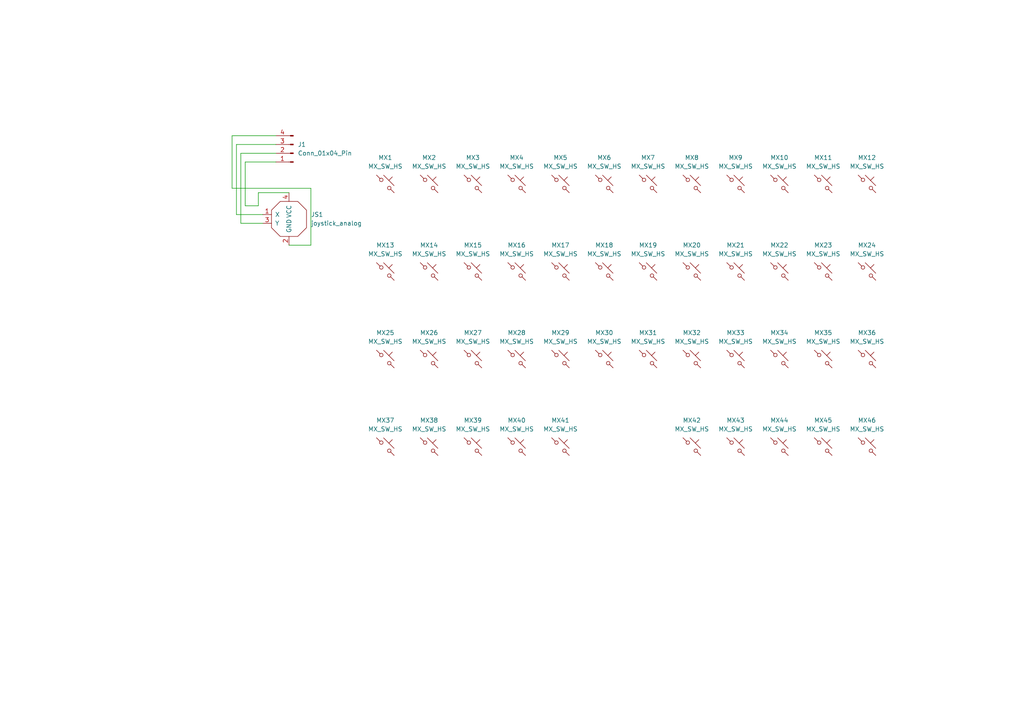
<source format=kicad_sch>
(kicad_sch (version 20231120) (generator "eeschema") (generator_version "8.0")
  (paper "A4")
  (lib_symbols
    (symbol "Connector:Conn_01x04_Pin" (pin_names (offset 1.016) hide)
      (property "Reference" "J" (at 0 5.08 0))
      (property "Value" "Conn_01x04_Pin" (at 0 -7.62 0))
      (symbol "Conn_01x04_Pin_1_1"
        (polyline (pts (xy 1.27 -5.08) (xy 0.8636 -5.08)) (stroke (width 0.1524)))
        (polyline (pts (xy 1.27 -2.54) (xy 0.8636 -2.54)) (stroke (width 0.1524)))
        (polyline (pts (xy 1.27 0) (xy 0.8636 0)) (stroke (width 0.1524)))
        (polyline (pts (xy 1.27 2.54) (xy 0.8636 2.54)) (stroke (width 0.1524)))
        (rectangle (start 0.8636 -4.953) (end 0 -5.207) (stroke (width 0.1524)) (fill (type outline)))
        (rectangle (start 0.8636 -2.413) (end 0 -2.667) (stroke (width 0.1524)) (fill (type outline)))
        (rectangle (start 0.8636 0.127) (end 0 -0.127) (stroke (width 0.1524)) (fill (type outline)))
        (rectangle (start 0.8636 2.667) (end 0 2.413) (stroke (width 0.1524)) (fill (type outline)))
        (pin passive line (at 5.08 2.54 180) (length 3.81) (name "Pin_1") (number "1"))
        (pin passive line (at 5.08 0 180) (length 3.81) (name "Pin_2") (number "2"))
        (pin passive line (at 5.08 -2.54 180) (length 3.81) (name "Pin_3") (number "3"))
        (pin passive line (at 5.08 -5.08 180) (length 3.81) (name "Pin_4") (number "4"))
      )
    )
    (symbol "PCM_marbastlib-mx:MX_SW_HS_CPG151101S11" (pin_numbers hide) (pin_names (offset 1.016) hide)
      (property "Reference" "MX" (at 3.048 1.016 0))
      (property "Value" "MX_SW_HS" (at 0 -3.81 0))
      (symbol "MX_SW_HS_CPG151101S11_0_1"
        (circle (center -1.1684 1.1684) (radius 0.508))
        (polyline (pts (xy -0.508 2.54) (xy 2.54 -0.508)))
        (polyline (pts (xy 1.016 1.016) (xy 2.032 2.032)))
        (polyline (pts (xy -2.54 2.54) (xy -1.524 1.524) (xy -1.524 1.524)))
        (polyline (pts (xy 1.524 -1.524) (xy 2.54 -2.54) (xy 2.54 -2.54) (xy 2.54 -2.54)))
        (circle (center 1.143 -1.1938) (radius 0.508))
        (pin passive line (at -2.54 2.54 0) (length 0) (name "1") (number "1"))
        (pin passive line (at 2.54 -2.54 180) (length 0) (name "2") (number "2"))
      )
    )
    (symbol "PCM_marbastlib-various:joystick_analog" (pin_names (offset 1.016))
      (property "Reference" "JS" (at -5.08 5.08 0))
      (property "Value" "joystick_analog" (at -8.89 7.62 0))
      (symbol "joystick_analog_0_1"
        (polyline (pts (xy -5.08 2.54) (xy -5.08 -2.54) (xy -2.54 -5.08) (xy 1.27 -5.08) (xy 2.54 -5.08) (xy 5.08 -2.54) (xy 5.08 2.54) (xy 2.54 5.08) (xy -2.54 5.08) (xy -5.08 2.54)))
      )
      (symbol "joystick_analog_1_1"
        (pin output line (at -7.62 1.27 0) (length 2.54) (name "X") (number "1"))
        (pin power_in line (at 0 -7.62 90) (length 2.54) (name "GND") (number "2"))
        (pin output line (at -7.62 -1.27 0) (length 2.54) (name "Y") (number "3"))
        (pin power_in line (at 0 7.62 270) (length 2.54) (name "VCC") (number "4"))
      )
    )
  )
  (wire (pts (xy 68.58 41.91) (xy 80.01 41.91)))
  (wire (pts (xy 83.82 71.12) (xy 90.17 71.12)))
  (wire (pts (xy 74.93 55.88) (xy 83.82 55.88)))
  (wire (pts (xy 69.85 44.45) (xy 69.85 64.77)))
  (wire (pts (xy 71.12 46.99) (xy 80.01 46.99)))
  (wire (pts (xy 69.85 44.45) (xy 80.01 44.45)))
  (wire (pts (xy 67.31 39.37) (xy 80.01 39.37)))
  (wire (pts (xy 71.12 59.69) (xy 74.93 59.69)))
  (wire (pts (xy 68.58 41.91) (xy 68.58 62.23)))
  (wire (pts (xy 67.31 39.37) (xy 67.31 54.61)))
  (wire (pts (xy 74.93 59.69) (xy 74.93 55.88)))
  (wire (pts (xy 71.12 59.69) (xy 71.12 46.99)))
  (wire (pts (xy 68.58 62.23) (xy 76.2 62.23)))
  (wire (pts (xy 90.17 54.61) (xy 90.17 71.12)))
  (wire (pts (xy 69.85 64.77) (xy 76.2 64.77)))
  (wire (pts (xy 67.31 54.61) (xy 90.17 54.61)))
  (symbol (lib_id "PCM_marbastlib-mx:MX_SW_HS_CPG151101S11") (at 111.76 78.74 0) (unit 1)
    (property "Reference" "MX13" (at 111.76 71.12 0))
    (property "Value" "MX_SW_HS" (at 111.76 73.66 0))
    (property "Footprint" "PCM_marbastlib-xp-plate-mx:Plate_MX_1u" (effects (hide yes)))
    (property "Description" "Push button switch, normally open, two pins, 45° tilted, Kailh CPG151101S11 for Cherry MX style switches" (effects (hide yes)))
  )
  (symbol (lib_id "PCM_marbastlib-mx:MX_SW_HS_CPG151101S11") (at 213.36 53.34 0) (unit 1)
    (property "Reference" "MX9" (at 213.36 45.72 0))
    (property "Value" "MX_SW_HS" (at 213.36 48.26 0))
    (property "Footprint" "PCM_marbastlib-xp-plate-mx:Plate_MX_1u" (effects (hide yes)))
    (property "Description" "Push button switch, normally open, two pins, 45° tilted, Kailh CPG151101S11 for Cherry MX style switches" (effects (hide yes)))
  )
  (symbol (lib_id "PCM_marbastlib-mx:MX_SW_HS_CPG151101S11") (at 137.16 129.54 0) (unit 1)
    (property "Reference" "MX39" (at 137.16 121.92 0))
    (property "Value" "MX_SW_HS" (at 137.16 124.46 0))
    (property "Footprint" "PCM_marbastlib-xp-plate-mx:Plate_MX_1u" (effects (hide yes)))
    (property "Description" "Push button switch, normally open, two pins, 45° tilted, Kailh CPG151101S11 for Cherry MX style switches" (effects (hide yes)))
  )
  (symbol (lib_id "PCM_marbastlib-mx:MX_SW_HS_CPG151101S11") (at 149.86 104.14 0) (unit 1)
    (property "Reference" "MX28" (at 149.86 96.52 0))
    (property "Value" "MX_SW_HS" (at 149.86 99.06 0))
    (property "Footprint" "PCM_marbastlib-xp-plate-mx:Plate_MX_1u" (effects (hide yes)))
    (property "Description" "Push button switch, normally open, two pins, 45° tilted, Kailh CPG151101S11 for Cherry MX style switches" (effects (hide yes)))
  )
  (symbol (lib_id "PCM_marbastlib-various:joystick_analog") (at 83.82 63.5 0) (unit 1)
    (property "Reference" "JS1" (at 90.17 62.2299 0) (effects (justify left)))
    (property "Value" "joystick_analog" (at 90.17 64.7699 0) (effects (justify left)))
    (property "Footprint" "geebord-library:JOYSTICK_ANALOG_MINITHM" (effects (hide yes)))
  )
  (symbol (lib_id "PCM_marbastlib-mx:MX_SW_HS_CPG151101S11") (at 251.46 53.34 0) (unit 1)
    (property "Reference" "MX12" (at 251.46 45.72 0))
    (property "Value" "MX_SW_HS" (at 251.46 48.26 0))
    (property "Footprint" "PCM_marbastlib-xp-plate-mx:Plate_MX_1u" (effects (hide yes)))
    (property "Description" "Push button switch, normally open, two pins, 45° tilted, Kailh CPG151101S11 for Cherry MX style switches" (effects (hide yes)))
  )
  (symbol (lib_id "PCM_marbastlib-mx:MX_SW_HS_CPG151101S11") (at 226.06 104.14 0) (unit 1)
    (property "Reference" "MX34" (at 226.06 96.52 0))
    (property "Value" "MX_SW_HS" (at 226.06 99.06 0))
    (property "Footprint" "PCM_marbastlib-xp-plate-mx:Plate_MX_1u" (effects (hide yes)))
    (property "Description" "Push button switch, normally open, two pins, 45° tilted, Kailh CPG151101S11 for Cherry MX style switches" (effects (hide yes)))
  )
  (symbol (lib_id "PCM_marbastlib-mx:MX_SW_HS_CPG151101S11") (at 213.36 129.54 0) (unit 1)
    (property "Reference" "MX43" (at 213.36 121.92 0))
    (property "Value" "MX_SW_HS" (at 213.36 124.46 0))
    (property "Footprint" "PCM_marbastlib-xp-plate-mx:Plate_MX_1u" (effects (hide yes)))
    (property "Description" "Push button switch, normally open, two pins, 45° tilted, Kailh CPG151101S11 for Cherry MX style switches" (effects (hide yes)))
  )
  (symbol (lib_id "PCM_marbastlib-mx:MX_SW_HS_CPG151101S11") (at 226.06 129.54 0) (unit 1)
    (property "Reference" "MX44" (at 226.06 121.92 0))
    (property "Value" "MX_SW_HS" (at 226.06 124.46 0))
    (property "Footprint" "PCM_marbastlib-xp-plate-mx:Plate_MX_1u" (effects (hide yes)))
    (property "Description" "Push button switch, normally open, two pins, 45° tilted, Kailh CPG151101S11 for Cherry MX style switches" (effects (hide yes)))
  )
  (symbol (lib_id "PCM_marbastlib-mx:MX_SW_HS_CPG151101S11") (at 149.86 53.34 0) (unit 1)
    (property "Reference" "MX4" (at 149.86 45.72 0))
    (property "Value" "MX_SW_HS" (at 149.86 48.26 0))
    (property "Footprint" "PCM_marbastlib-xp-plate-mx:Plate_MX_1u" (effects (hide yes)))
    (property "Description" "Push button switch, normally open, two pins, 45° tilted, Kailh CPG151101S11 for Cherry MX style switches" (effects (hide yes)))
  )
  (symbol (lib_id "PCM_marbastlib-mx:MX_SW_HS_CPG151101S11") (at 111.76 53.34 0) (unit 1)
    (property "Reference" "MX1" (at 111.76 45.72 0))
    (property "Value" "MX_SW_HS" (at 111.76 48.26 0))
    (property "Footprint" "PCM_marbastlib-xp-plate-mx:Plate_MX_1u" (effects (hide yes)))
    (property "Description" "Push button switch, normally open, two pins, 45° tilted, Kailh CPG151101S11 for Cherry MX style switches" (effects (hide yes)))
  )
  (symbol (lib_id "PCM_marbastlib-mx:MX_SW_HS_CPG151101S11") (at 238.76 104.14 0) (unit 1)
    (property "Reference" "MX35" (at 238.76 96.52 0))
    (property "Value" "MX_SW_HS" (at 238.76 99.06 0))
    (property "Footprint" "PCM_marbastlib-xp-plate-mx:Plate_MX_1u" (effects (hide yes)))
    (property "Description" "Push button switch, normally open, two pins, 45° tilted, Kailh CPG151101S11 for Cherry MX style switches" (effects (hide yes)))
  )
  (symbol (lib_id "PCM_marbastlib-mx:MX_SW_HS_CPG151101S11") (at 251.46 78.74 0) (unit 1)
    (property "Reference" "MX24" (at 251.46 71.12 0))
    (property "Value" "MX_SW_HS" (at 251.46 73.66 0))
    (property "Footprint" "PCM_marbastlib-xp-plate-mx:Plate_MX_1u" (effects (hide yes)))
    (property "Description" "Push button switch, normally open, two pins, 45° tilted, Kailh CPG151101S11 for Cherry MX style switches" (effects (hide yes)))
  )
  (symbol (lib_id "PCM_marbastlib-mx:MX_SW_HS_CPG151101S11") (at 187.96 53.34 0) (unit 1)
    (property "Reference" "MX7" (at 187.96 45.72 0))
    (property "Value" "MX_SW_HS" (at 187.96 48.26 0))
    (property "Footprint" "PCM_marbastlib-xp-plate-mx:Plate_MX_1u" (effects (hide yes)))
    (property "Description" "Push button switch, normally open, two pins, 45° tilted, Kailh CPG151101S11 for Cherry MX style switches" (effects (hide yes)))
  )
  (symbol (lib_id "PCM_marbastlib-mx:MX_SW_HS_CPG151101S11") (at 175.26 53.34 0) (unit 1)
    (property "Reference" "MX6" (at 175.26 45.72 0))
    (property "Value" "MX_SW_HS" (at 175.26 48.26 0))
    (property "Footprint" "PCM_marbastlib-xp-plate-mx:Plate_MX_1u" (effects (hide yes)))
    (property "Description" "Push button switch, normally open, two pins, 45° tilted, Kailh CPG151101S11 for Cherry MX style switches" (effects (hide yes)))
  )
  (symbol (lib_id "PCM_marbastlib-mx:MX_SW_HS_CPG151101S11") (at 124.46 53.34 0) (unit 1)
    (property "Reference" "MX2" (at 124.46 45.72 0))
    (property "Value" "MX_SW_HS" (at 124.46 48.26 0))
    (property "Footprint" "PCM_marbastlib-xp-plate-mx:Plate_MX_1u" (effects (hide yes)))
    (property "Description" "Push button switch, normally open, two pins, 45° tilted, Kailh CPG151101S11 for Cherry MX style switches" (effects (hide yes)))
  )
  (symbol (lib_id "PCM_marbastlib-mx:MX_SW_HS_CPG151101S11") (at 124.46 78.74 0) (unit 1)
    (property "Reference" "MX14" (at 124.46 71.12 0))
    (property "Value" "MX_SW_HS" (at 124.46 73.66 0))
    (property "Footprint" "PCM_marbastlib-xp-plate-mx:Plate_MX_1u" (effects (hide yes)))
    (property "Description" "Push button switch, normally open, two pins, 45° tilted, Kailh CPG151101S11 for Cherry MX style switches" (effects (hide yes)))
  )
  (symbol (lib_id "PCM_marbastlib-mx:MX_SW_HS_CPG151101S11") (at 162.56 129.54 0) (unit 1)
    (property "Reference" "MX41" (at 162.56 121.92 0))
    (property "Value" "MX_SW_HS" (at 162.56 124.46 0))
    (property "Footprint" "PCM_marbastlib-xp-plate-mx:Plate_MX_1.5u" (effects (hide yes)))
    (property "Description" "Push button switch, normally open, two pins, 45° tilted, Kailh CPG151101S11 for Cherry MX style switches" (effects (hide yes)))
  )
  (symbol (lib_id "PCM_marbastlib-mx:MX_SW_HS_CPG151101S11") (at 213.36 78.74 0) (unit 1)
    (property "Reference" "MX21" (at 213.36 71.12 0))
    (property "Value" "MX_SW_HS" (at 213.36 73.66 0))
    (property "Footprint" "PCM_marbastlib-xp-plate-mx:Plate_MX_1u" (effects (hide yes)))
    (property "Description" "Push button switch, normally open, two pins, 45° tilted, Kailh CPG151101S11 for Cherry MX style switches" (effects (hide yes)))
  )
  (symbol (lib_id "PCM_marbastlib-mx:MX_SW_HS_CPG151101S11") (at 162.56 104.14 0) (unit 1)
    (property "Reference" "MX29" (at 162.56 96.52 0))
    (property "Value" "MX_SW_HS" (at 162.56 99.06 0))
    (property "Footprint" "PCM_marbastlib-xp-plate-mx:Plate_MX_1u" (effects (hide yes)))
    (property "Description" "Push button switch, normally open, two pins, 45° tilted, Kailh CPG151101S11 for Cherry MX style switches" (effects (hide yes)))
  )
  (symbol (lib_id "PCM_marbastlib-mx:MX_SW_HS_CPG151101S11") (at 226.06 78.74 0) (unit 1)
    (property "Reference" "MX22" (at 226.06 71.12 0))
    (property "Value" "MX_SW_HS" (at 226.06 73.66 0))
    (property "Footprint" "PCM_marbastlib-xp-plate-mx:Plate_MX_1u" (effects (hide yes)))
    (property "Description" "Push button switch, normally open, two pins, 45° tilted, Kailh CPG151101S11 for Cherry MX style switches" (effects (hide yes)))
  )
  (symbol (lib_id "PCM_marbastlib-mx:MX_SW_HS_CPG151101S11") (at 111.76 104.14 0) (unit 1)
    (property "Reference" "MX25" (at 111.76 96.52 0))
    (property "Value" "MX_SW_HS" (at 111.76 99.06 0))
    (property "Footprint" "PCM_marbastlib-xp-plate-mx:Plate_MX_1u" (effects (hide yes)))
    (property "Description" "Push button switch, normally open, two pins, 45° tilted, Kailh CPG151101S11 for Cherry MX style switches" (effects (hide yes)))
  )
  (symbol (lib_id "PCM_marbastlib-mx:MX_SW_HS_CPG151101S11") (at 175.26 104.14 0) (unit 1)
    (property "Reference" "MX30" (at 175.26 96.52 0))
    (property "Value" "MX_SW_HS" (at 175.26 99.06 0))
    (property "Footprint" "PCM_marbastlib-xp-plate-mx:Plate_MX_1u" (effects (hide yes)))
    (property "Description" "Push button switch, normally open, two pins, 45° tilted, Kailh CPG151101S11 for Cherry MX style switches" (effects (hide yes)))
  )
  (symbol (lib_id "PCM_marbastlib-mx:MX_SW_HS_CPG151101S11") (at 238.76 129.54 0) (unit 1)
    (property "Reference" "MX45" (at 238.76 121.92 0))
    (property "Value" "MX_SW_HS" (at 238.76 124.46 0))
    (property "Footprint" "PCM_marbastlib-xp-plate-mx:Plate_MX_1u" (effects (hide yes)))
    (property "Description" "Push button switch, normally open, two pins, 45° tilted, Kailh CPG151101S11 for Cherry MX style switches" (effects (hide yes)))
  )
  (symbol (lib_id "PCM_marbastlib-mx:MX_SW_HS_CPG151101S11") (at 200.66 78.74 0) (unit 1)
    (property "Reference" "MX20" (at 200.66 71.12 0))
    (property "Value" "MX_SW_HS" (at 200.66 73.66 0))
    (property "Footprint" "PCM_marbastlib-xp-plate-mx:Plate_MX_1u" (effects (hide yes)))
    (property "Description" "Push button switch, normally open, two pins, 45° tilted, Kailh CPG151101S11 for Cherry MX style switches" (effects (hide yes)))
  )
  (symbol (lib_id "Connector:Conn_01x04_Pin") (at 85.09 44.45 180) (unit 1)
    (property "Reference" "J1" (at 86.36 41.9099 0) (effects (justify right)))
    (property "Value" "Conn_01x04_Pin" (at 86.36 44.4499 0) (effects (justify right)))
    (property "Footprint" "geebord-library:Harwin_M20-89004xx_1x04_P2.54mm_Horizontal" (effects (hide yes)))
    (property "Description" "Generic connector, single row, 01x04, script generated" (effects (hide yes)))
  )
  (symbol (lib_id "PCM_marbastlib-mx:MX_SW_HS_CPG151101S11") (at 238.76 53.34 0) (unit 1)
    (property "Reference" "MX11" (at 238.76 45.72 0))
    (property "Value" "MX_SW_HS" (at 238.76 48.26 0))
    (property "Footprint" "PCM_marbastlib-xp-plate-mx:Plate_MX_1u" (effects (hide yes)))
    (property "Description" "Push button switch, normally open, two pins, 45° tilted, Kailh CPG151101S11 for Cherry MX style switches" (effects (hide yes)))
  )
  (symbol (lib_id "PCM_marbastlib-mx:MX_SW_HS_CPG151101S11") (at 124.46 104.14 0) (unit 1)
    (property "Reference" "MX26" (at 124.46 96.52 0))
    (property "Value" "MX_SW_HS" (at 124.46 99.06 0))
    (property "Footprint" "PCM_marbastlib-xp-plate-mx:Plate_MX_1u" (effects (hide yes)))
    (property "Description" "Push button switch, normally open, two pins, 45° tilted, Kailh CPG151101S11 for Cherry MX style switches" (effects (hide yes)))
  )
  (symbol (lib_id "PCM_marbastlib-mx:MX_SW_HS_CPG151101S11") (at 149.86 78.74 0) (unit 1)
    (property "Reference" "MX16" (at 149.86 71.12 0))
    (property "Value" "MX_SW_HS" (at 149.86 73.66 0))
    (property "Footprint" "PCM_marbastlib-xp-plate-mx:Plate_MX_1u" (effects (hide yes)))
    (property "Description" "Push button switch, normally open, two pins, 45° tilted, Kailh CPG151101S11 for Cherry MX style switches" (effects (hide yes)))
  )
  (symbol (lib_id "PCM_marbastlib-mx:MX_SW_HS_CPG151101S11") (at 111.76 129.54 0) (unit 1)
    (property "Reference" "MX37" (at 111.76 121.92 0))
    (property "Value" "MX_SW_HS" (at 111.76 124.46 0))
    (property "Footprint" "PCM_marbastlib-xp-plate-mx:Plate_MX_1u" (effects (hide yes)))
    (property "Description" "Push button switch, normally open, two pins, 45° tilted, Kailh CPG151101S11 for Cherry MX style switches" (effects (hide yes)))
  )
  (symbol (lib_id "PCM_marbastlib-mx:MX_SW_HS_CPG151101S11") (at 251.46 129.54 0) (unit 1)
    (property "Reference" "MX46" (at 251.46 121.92 0))
    (property "Value" "MX_SW_HS" (at 251.46 124.46 0))
    (property "Footprint" "PCM_marbastlib-xp-plate-mx:Plate_MX_1u" (effects (hide yes)))
    (property "Description" "Push button switch, normally open, two pins, 45° tilted, Kailh CPG151101S11 for Cherry MX style switches" (effects (hide yes)))
  )
  (symbol (lib_id "PCM_marbastlib-mx:MX_SW_HS_CPG151101S11") (at 137.16 53.34 0) (unit 1)
    (property "Reference" "MX3" (at 137.16 45.72 0))
    (property "Value" "MX_SW_HS" (at 137.16 48.26 0))
    (property "Footprint" "PCM_marbastlib-xp-plate-mx:Plate_MX_1u" (effects (hide yes)))
    (property "Description" "Push button switch, normally open, two pins, 45° tilted, Kailh CPG151101S11 for Cherry MX style switches" (effects (hide yes)))
  )
  (symbol (lib_id "PCM_marbastlib-mx:MX_SW_HS_CPG151101S11") (at 200.66 53.34 0) (unit 1)
    (property "Reference" "MX8" (at 200.66 45.72 0))
    (property "Value" "MX_SW_HS" (at 200.66 48.26 0))
    (property "Footprint" "PCM_marbastlib-xp-plate-mx:Plate_MX_1u" (effects (hide yes)))
    (property "Description" "Push button switch, normally open, two pins, 45° tilted, Kailh CPG151101S11 for Cherry MX style switches" (effects (hide yes)))
  )
  (symbol (lib_id "PCM_marbastlib-mx:MX_SW_HS_CPG151101S11") (at 149.86 129.54 0) (unit 1)
    (property "Reference" "MX40" (at 149.86 121.92 0))
    (property "Value" "MX_SW_HS" (at 149.86 124.46 0))
    (property "Footprint" "PCM_marbastlib-xp-plate-mx:Plate_MX_1u" (effects (hide yes)))
    (property "Description" "Push button switch, normally open, two pins, 45° tilted, Kailh CPG151101S11 for Cherry MX style switches" (effects (hide yes)))
  )
  (symbol (lib_id "PCM_marbastlib-mx:MX_SW_HS_CPG151101S11") (at 251.46 104.14 0) (unit 1)
    (property "Reference" "MX36" (at 251.46 96.52 0))
    (property "Value" "MX_SW_HS" (at 251.46 99.06 0))
    (property "Footprint" "PCM_marbastlib-xp-plate-mx:Plate_MX_1u" (effects (hide yes)))
    (property "Description" "Push button switch, normally open, two pins, 45° tilted, Kailh CPG151101S11 for Cherry MX style switches" (effects (hide yes)))
  )
  (symbol (lib_id "PCM_marbastlib-mx:MX_SW_HS_CPG151101S11") (at 187.96 78.74 0) (unit 1)
    (property "Reference" "MX19" (at 187.96 71.12 0))
    (property "Value" "MX_SW_HS" (at 187.96 73.66 0))
    (property "Footprint" "PCM_marbastlib-xp-plate-mx:Plate_MX_1u" (effects (hide yes)))
    (property "Description" "Push button switch, normally open, two pins, 45° tilted, Kailh CPG151101S11 for Cherry MX style switches" (effects (hide yes)))
  )
  (symbol (lib_id "PCM_marbastlib-mx:MX_SW_HS_CPG151101S11") (at 200.66 129.54 0) (unit 1)
    (property "Reference" "MX42" (at 200.66 121.92 0))
    (property "Value" "MX_SW_HS" (at 200.66 124.46 0))
    (property "Footprint" "PCM_marbastlib-xp-plate-mx:Plate_MX_1.5u" (effects (hide yes)))
    (property "Description" "Push button switch, normally open, two pins, 45° tilted, Kailh CPG151101S11 for Cherry MX style switches" (effects (hide yes)))
  )
  (symbol (lib_id "PCM_marbastlib-mx:MX_SW_HS_CPG151101S11") (at 124.46 129.54 0) (unit 1)
    (property "Reference" "MX38" (at 124.46 121.92 0))
    (property "Value" "MX_SW_HS" (at 124.46 124.46 0))
    (property "Footprint" "PCM_marbastlib-xp-plate-mx:Plate_MX_1u" (effects (hide yes)))
    (property "Description" "Push button switch, normally open, two pins, 45° tilted, Kailh CPG151101S11 for Cherry MX style switches" (effects (hide yes)))
  )
  (symbol (lib_id "PCM_marbastlib-mx:MX_SW_HS_CPG151101S11") (at 162.56 78.74 0) (unit 1)
    (property "Reference" "MX17" (at 162.56 71.12 0))
    (property "Value" "MX_SW_HS" (at 162.56 73.66 0))
    (property "Footprint" "PCM_marbastlib-xp-plate-mx:Plate_MX_1u" (effects (hide yes)))
    (property "Description" "Push button switch, normally open, two pins, 45° tilted, Kailh CPG151101S11 for Cherry MX style switches" (effects (hide yes)))
  )
  (symbol (lib_id "PCM_marbastlib-mx:MX_SW_HS_CPG151101S11") (at 137.16 104.14 0) (unit 1)
    (property "Reference" "MX27" (at 137.16 96.52 0))
    (property "Value" "MX_SW_HS" (at 137.16 99.06 0))
    (property "Footprint" "PCM_marbastlib-xp-plate-mx:Plate_MX_1u" (effects (hide yes)))
    (property "Description" "Push button switch, normally open, two pins, 45° tilted, Kailh CPG151101S11 for Cherry MX style switches" (effects (hide yes)))
  )
  (symbol (lib_id "PCM_marbastlib-mx:MX_SW_HS_CPG151101S11") (at 213.36 104.14 0) (unit 1)
    (property "Reference" "MX33" (at 213.36 96.52 0))
    (property "Value" "MX_SW_HS" (at 213.36 99.06 0))
    (property "Footprint" "PCM_marbastlib-xp-plate-mx:Plate_MX_1u" (effects (hide yes)))
    (property "Description" "Push button switch, normally open, two pins, 45° tilted, Kailh CPG151101S11 for Cherry MX style switches" (effects (hide yes)))
  )
  (symbol (lib_id "PCM_marbastlib-mx:MX_SW_HS_CPG151101S11") (at 187.96 104.14 0) (unit 1)
    (property "Reference" "MX31" (at 187.96 96.52 0))
    (property "Value" "MX_SW_HS" (at 187.96 99.06 0))
    (property "Footprint" "PCM_marbastlib-xp-plate-mx:Plate_MX_1u" (effects (hide yes)))
    (property "Description" "Push button switch, normally open, two pins, 45° tilted, Kailh CPG151101S11 for Cherry MX style switches" (effects (hide yes)))
  )
  (symbol (lib_id "PCM_marbastlib-mx:MX_SW_HS_CPG151101S11") (at 200.66 104.14 0) (unit 1)
    (property "Reference" "MX32" (at 200.66 96.52 0))
    (property "Value" "MX_SW_HS" (at 200.66 99.06 0))
    (property "Footprint" "PCM_marbastlib-xp-plate-mx:Plate_MX_1u" (effects (hide yes)))
    (property "Description" "Push button switch, normally open, two pins, 45° tilted, Kailh CPG151101S11 for Cherry MX style switches" (effects (hide yes)))
  )
  (symbol (lib_id "PCM_marbastlib-mx:MX_SW_HS_CPG151101S11") (at 162.56 53.34 0) (unit 1)
    (property "Reference" "MX5" (at 162.56 45.72 0))
    (property "Value" "MX_SW_HS" (at 162.56 48.26 0))
    (property "Footprint" "PCM_marbastlib-xp-plate-mx:Plate_MX_1u" (effects (hide yes)))
    (property "Description" "Push button switch, normally open, two pins, 45° tilted, Kailh CPG151101S11 for Cherry MX style switches" (effects (hide yes)))
  )
  (symbol (lib_id "PCM_marbastlib-mx:MX_SW_HS_CPG151101S11") (at 226.06 53.34 0) (unit 1)
    (property "Reference" "MX10" (at 226.06 45.72 0))
    (property "Value" "MX_SW_HS" (at 226.06 48.26 0))
    (property "Footprint" "PCM_marbastlib-xp-plate-mx:Plate_MX_1u" (effects (hide yes)))
    (property "Description" "Push button switch, normally open, two pins, 45° tilted, Kailh CPG151101S11 for Cherry MX style switches" (effects (hide yes)))
  )
  (symbol (lib_id "PCM_marbastlib-mx:MX_SW_HS_CPG151101S11") (at 137.16 78.74 0) (unit 1)
    (property "Reference" "MX15" (at 137.16 71.12 0))
    (property "Value" "MX_SW_HS" (at 137.16 73.66 0))
    (property "Footprint" "PCM_marbastlib-xp-plate-mx:Plate_MX_1u" (effects (hide yes)))
    (property "Description" "Push button switch, normally open, two pins, 45° tilted, Kailh CPG151101S11 for Cherry MX style switches" (effects (hide yes)))
  )
  (symbol (lib_id "PCM_marbastlib-mx:MX_SW_HS_CPG151101S11") (at 238.76 78.74 0) (unit 1)
    (property "Reference" "MX23" (at 238.76 71.12 0))
    (property "Value" "MX_SW_HS" (at 238.76 73.66 0))
    (property "Footprint" "PCM_marbastlib-xp-plate-mx:Plate_MX_1u" (effects (hide yes)))
    (property "Description" "Push button switch, normally open, two pins, 45° tilted, Kailh CPG151101S11 for Cherry MX style switches" (effects (hide yes)))
  )
  (symbol (lib_id "PCM_marbastlib-mx:MX_SW_HS_CPG151101S11") (at 175.26 78.74 0) (unit 1)
    (property "Reference" "MX18" (at 175.26 71.12 0))
    (property "Value" "MX_SW_HS" (at 175.26 73.66 0))
    (property "Footprint" "PCM_marbastlib-xp-plate-mx:Plate_MX_1u" (effects (hide yes)))
    (property "Description" "Push button switch, normally open, two pins, 45° tilted, Kailh CPG151101S11 for Cherry MX style switches" (effects (hide yes)))
  )
)
</source>
